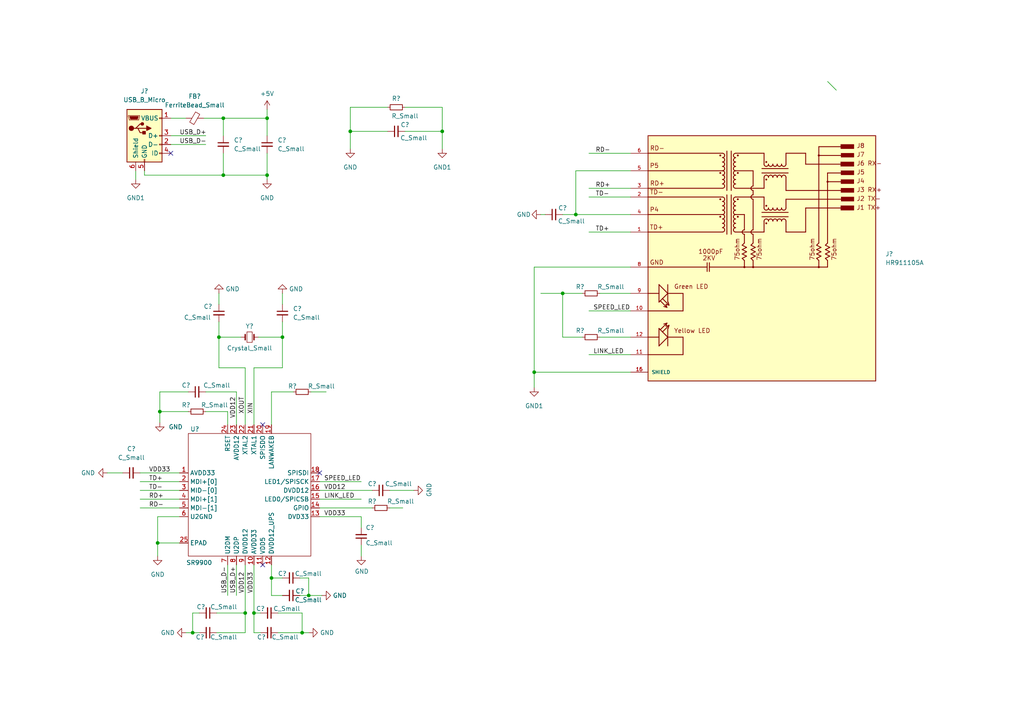
<source format=kicad_sch>
(kicad_sch (version 20211123) (generator eeschema)
  (paper "A4")
  (title_block (title "SR9900") (date "2022-04-28") (rev "V1.0"))
  (lib_symbols
    (symbol "Connector:USB_B_Micro" (pin_names (offset 1.016))
      (property "Reference" "J" (at -5.08 11.43 0))
      (property "Value" "USB_B_Micro" (at -5.08 8.89 0))
      (symbol "USB_B_Micro_0_1"
        (rectangle (start -5.08 -7.62) (end 5.08 7.62) (stroke (width 0.254)) (fill (type background)))
        (circle (center -3.81 2.159) (radius 0.635) (stroke (width 0.254)) (fill (type outline)))
        (circle (center -0.635 3.429) (radius 0.381) (stroke (width 0.254)) (fill (type outline)))
        (rectangle (start -0.127 -7.62) (end 0.127 -6.858))
        (polyline (pts (xy -1.905 2.159) (xy 0.635 2.159)) (stroke (width 0.254)))
        (polyline (pts (xy -3.175 2.159) (xy -2.54 2.159) (xy -1.27 3.429) (xy -0.635 3.429)) (stroke (width 0.254)))
        (polyline (pts (xy -2.54 2.159) (xy -1.905 2.159) (xy -1.27 0.889) (xy 0 0.889)) (stroke (width 0.254)))
        (polyline (pts (xy 0.635 2.794) (xy 0.635 1.524) (xy 1.905 2.159) (xy 0.635 2.794)) (stroke (width 0.254)) (fill (type outline)))
        (polyline (pts (xy -4.318 5.588) (xy -1.778 5.588) (xy -2.032 4.826) (xy -4.064 4.826) (xy -4.318 5.588)) (fill (type outline)))
        (polyline (pts (xy -4.699 5.842) (xy -4.699 5.588) (xy -4.445 4.826) (xy -4.445 4.572) (xy -1.651 4.572) (xy -1.651 4.826) (xy -1.397 5.588) (xy -1.397 5.842) (xy -4.699 5.842)))
        (rectangle (start 0.254 1.27) (end -0.508 0.508) (stroke (width 0.254)) (fill (type outline)))
        (rectangle (start 5.08 -5.207) (end 4.318 -4.953))
        (rectangle (start 5.08 -2.667) (end 4.318 -2.413))
        (rectangle (start 5.08 -0.127) (end 4.318 0.127))
        (rectangle (start 5.08 4.953) (end 4.318 5.207))
      )
      (symbol "USB_B_Micro_1_1"
        (pin power_out line (at 7.62 5.08 180) (length 2.54) (name "VBUS") (number "1"))
        (pin bidirectional line (at 7.62 -2.54 180) (length 2.54) (name "D-") (number "2"))
        (pin bidirectional line (at 7.62 0 180) (length 2.54) (name "D+") (number "3"))
        (pin passive line (at 7.62 -5.08 180) (length 2.54) (name "ID") (number "4"))
        (pin power_out line (at 0 -10.16 90) (length 2.54) (name "GND") (number "5"))
        (pin passive line (at -2.54 -10.16 90) (length 2.54) (name "Shield") (number "6"))
      )
    )
    (symbol "Device:C_Small" (pin_numbers hide) (pin_names (offset 0.254) hide)
      (property "Reference" "C" (at 0.254 1.778 0))
      (property "Value" "C_Small" (at 0.254 -2.032 0))
      (symbol "C_Small_0_1"
        (polyline (pts (xy -1.524 -0.508) (xy 1.524 -0.508)) (stroke (width 0.3302)))
        (polyline (pts (xy -1.524 0.508) (xy 1.524 0.508)) (stroke (width 0.3048)))
      )
      (symbol "C_Small_1_1"
        (pin passive line (at 0 2.54 270) (length 2.032) (name "~") (number "1"))
        (pin passive line (at 0 -2.54 90) (length 2.032) (name "~") (number "2"))
      )
    )
    (symbol "Device:Crystal_Small" (pin_numbers hide) (pin_names (offset 1.016) hide)
      (property "Reference" "Y" (at 0 2.54 0))
      (property "Value" "Crystal_Small" (at 0 -2.54 0))
      (symbol "Crystal_Small_0_1"
        (rectangle (start -0.762 -1.524) (end 0.762 1.524))
        (polyline (pts (xy -1.27 -0.762) (xy -1.27 0.762)) (stroke (width 0.381)))
        (polyline (pts (xy 1.27 -0.762) (xy 1.27 0.762)) (stroke (width 0.381)))
      )
      (symbol "Crystal_Small_1_1"
        (pin passive line (at -2.54 0 0) (length 1.27) (name "1") (number "1"))
        (pin passive line (at 2.54 0 180) (length 1.27) (name "2") (number "2"))
      )
    )
    (symbol "Device:FerriteBead_Small" (pin_numbers hide) (pin_names (offset 0))
      (property "Reference" "FB" (at 1.905 1.27 0))
      (property "Value" "FerriteBead_Small" (at 1.905 -1.27 0))
      (symbol "FerriteBead_Small_0_1"
        (polyline (pts (xy 0 -1.27) (xy 0 -0.7874)))
        (polyline (pts (xy 0 0.889) (xy 0 1.2954)))
        (polyline (pts (xy -1.8288 0.2794) (xy -1.1176 1.4986) (xy 1.8288 -0.2032) (xy 1.1176 -1.4224) (xy -1.8288 0.2794)))
      )
      (symbol "FerriteBead_Small_1_1"
        (pin passive line (at 0 2.54 270) (length 1.27) (name "~") (number "1"))
        (pin passive line (at 0 -2.54 90) (length 1.27) (name "~") (number "2"))
      )
    )
    (symbol "Device:R_Small" (pin_numbers hide) (pin_names (offset 0.254) hide)
      (property "Reference" "R" (at 0.762 0.508 0))
      (property "Value" "R_Small" (at 0.762 -1.016 0))
      (symbol "R_Small_0_1"
        (rectangle (start -0.762 1.778) (end 0.762 -1.778) (stroke (width 0.2032)))
      )
      (symbol "R_Small_1_1"
        (pin passive line (at 0 2.54 270) (length 0.762) (name "~") (number "1"))
        (pin passive line (at 0 -2.54 90) (length 0.762) (name "~") (number "2"))
      )
    )
    (symbol "power:+5V" (power) (pin_names (offset 0))
      (property "Value" "+5V" (at 0 3.556 0))
      (symbol "+5V_0_1"
        (polyline (pts (xy -0.762 1.27) (xy 0 2.54)))
        (polyline (pts (xy 0 0) (xy 0 2.54)))
        (polyline (pts (xy 0 2.54) (xy 0.762 1.27)))
      )
      (symbol "+5V_1_1"
        (pin power_in line (at 0 0 90) (length 0) hide (name "+5V") (number "1"))
      )
    )
    (symbol "power:GND" (power) (pin_names (offset 0))
      (property "Value" "GND" (at 0 -3.81 0))
      (symbol "GND_0_1"
        (polyline (pts (xy 0 0) (xy 0 -1.27) (xy 1.27 -1.27) (xy 0 -2.54) (xy -1.27 -1.27) (xy 0 -1.27)))
      )
      (symbol "GND_1_1"
        (pin power_in line (at 0 0 270) (length 0) hide (name "GND") (number "1"))
      )
    )
    (symbol "power:GND1" (power) (pin_names (offset 0))
      (property "Value" "GND1" (at 0 -3.81 0))
      (symbol "GND1_0_1"
        (polyline (pts (xy 0 0) (xy 0 -1.27) (xy 1.27 -1.27) (xy 0 -2.54) (xy -1.27 -1.27) (xy 0 -1.27)))
      )
      (symbol "GND1_1_1"
        (pin power_in line (at 0 0 270) (length 0) hide (name "GND1") (number "1"))
      )
    )
    (symbol "sr9900:HR911105A" (pin_names (offset 1.016))
      (property "Reference" "J" (at -33.1724 36.2458 0))
      (property "Value" "HR911105A" (at -33.1216 -38.227 0))
      (symbol "HR911105A_0_0"
        (rectangle (start -33.02 -35.56) (end 33.02 35.56) (stroke (width 0.254)) (fill (type background)))
        (circle (center -12.065 12.065) (radius 0.1524) (stroke (width 0.254)))
        (circle (center -12.065 17.145) (radius 0.1524) (stroke (width 0.254)))
        (circle (center -12.065 24.765) (radius 0.1524) (stroke (width 0.254)))
        (circle (center -12.065 29.845) (radius 0.1524) (stroke (width 0.254)))
        (arc (start -11.43 7.62) (mid -10.981 7.806) (end -10.795 8.255) (stroke (width 0.254)))
        (arc (start -11.43 8.89) (mid -11.0269 9.1219) (end -10.795 9.525) (stroke (width 0.254)))
        (arc (start -11.43 10.16) (mid -10.981 10.346) (end -10.795 10.795) (stroke (width 0.254)))
        (arc (start -11.43 11.43) (mid -10.981 11.616) (end -10.795 12.065) (stroke (width 0.254)))
        (arc (start -11.43 12.7) (mid -10.981 12.886) (end -10.795 13.335) (stroke (width 0.254)))
        (arc (start -11.43 13.97) (mid -10.981 14.156) (end -10.795 14.605) (stroke (width 0.254)))
        (arc (start -11.43 15.24) (mid -10.981 15.426) (end -10.795 15.875) (stroke (width 0.254)))
        (arc (start -11.43 16.51) (mid -10.981 16.696) (end -10.795 17.145) (stroke (width 0.254)))
        (arc (start -11.43 20.32) (mid -10.981 20.506) (end -10.795 20.955) (stroke (width 0.254)))
        (arc (start -11.43 21.59) (mid -11.0269 21.8219) (end -10.795 22.225) (stroke (width 0.254)))
        (arc (start -11.43 22.86) (mid -10.981 23.046) (end -10.795 23.495) (stroke (width 0.254)))
        (arc (start -11.43 24.13) (mid -10.981 24.316) (end -10.795 24.765) (stroke (width 0.254)))
        (arc (start -11.43 25.4) (mid -10.981 25.586) (end -10.795 26.035) (stroke (width 0.254)))
        (arc (start -11.43 26.67) (mid -10.981 26.856) (end -10.795 27.305) (stroke (width 0.254)))
        (arc (start -11.43 27.94) (mid -10.981 28.126) (end -10.795 28.575) (stroke (width 0.254)))
        (arc (start -11.43 29.21) (mid -10.981 29.396) (end -10.795 29.845) (stroke (width 0.254)))
        (arc (start -10.795 8.255) (mid -10.981 8.704) (end -11.43 8.89) (stroke (width 0.254)))
        (arc (start -10.795 9.525) (mid -10.981 9.974) (end -11.43 10.16) (stroke (width 0.254)))
        (arc (start -10.795 10.795) (mid -10.981 11.244) (end -11.43 11.43) (stroke (width 0.254)))
        (arc (start -10.795 12.065) (mid -10.981 12.514) (end -11.43 12.7) (stroke (width 0.254)))
        (arc (start -10.795 13.335) (mid -10.981 13.784) (end -11.43 13.97) (stroke (width 0.254)))
        (arc (start -10.795 14.605) (mid -10.981 15.054) (end -11.43 15.24) (stroke (width 0.254)))
        (arc (start -10.795 15.875) (mid -10.981 16.324) (end -11.43 16.51) (stroke (width 0.254)))
        (arc (start -10.795 17.145) (mid -10.981 17.594) (end -11.43 17.78) (stroke (width 0.254)))
        (arc (start -10.795 20.955) (mid -10.981 21.404) (end -11.43 21.59) (stroke (width 0.254)))
        (arc (start -10.795 22.225) (mid -10.981 22.674) (end -11.43 22.86) (stroke (width 0.254)))
        (arc (start -10.795 23.495) (mid -10.981 23.944) (end -11.43 24.13) (stroke (width 0.254)))
        (arc (start -10.795 24.765) (mid -10.981 25.214) (end -11.43 25.4) (stroke (width 0.254)))
        (arc (start -10.795 26.035) (mid -10.981 26.484) (end -11.43 26.67) (stroke (width 0.254)))
        (arc (start -10.795 27.305) (mid -10.981 27.754) (end -11.43 27.94) (stroke (width 0.254)))
        (arc (start -10.795 28.575) (mid -10.981 29.024) (end -11.43 29.21) (stroke (width 0.254)))
        (arc (start -10.795 29.845) (mid -10.981 30.294) (end -11.43 30.48) (stroke (width 0.254)))
        (arc (start -8.255 8.255) (mid -8.069 7.806) (end -7.62 7.62) (stroke (width 0.254)))
        (arc (start -8.255 9.525) (mid -8.069 9.076) (end -7.62 8.89) (stroke (width 0.254)))
        (arc (start -8.255 10.795) (mid -8.069 10.346) (end -7.62 10.16) (stroke (width 0.254)))
        (arc (start -8.255 12.065) (mid -8.069 11.616) (end -7.62 11.43) (stroke (width 0.254)))
        (arc (start -8.255 13.335) (mid -8.069 12.886) (end -7.62 12.7) (stroke (width 0.254)))
        (arc (start -8.255 14.605) (mid -8.069 14.156) (end -7.62 13.97) (stroke (width 0.254)))
        (arc (start -8.255 15.875) (mid -8.069 15.426) (end -7.62 15.24) (stroke (width 0.254)))
        (arc (start -8.255 17.145) (mid -8.069 16.696) (end -7.62 16.51) (stroke (width 0.254)))
        (arc (start -8.255 20.955) (mid -8.069 20.506) (end -7.62 20.32) (stroke (width 0.254)))
        (arc (start -8.255 22.225) (mid -8.069 21.776) (end -7.62 21.59) (stroke (width 0.254)))
        (arc (start -8.255 23.495) (mid -8.069 23.046) (end -7.62 22.86) (stroke (width 0.254)))
        (arc (start -8.255 24.765) (mid -8.069 24.316) (end -7.62 24.13) (stroke (width 0.254)))
        (arc (start -8.255 26.035) (mid -8.069 25.586) (end -7.62 25.4) (stroke (width 0.254)))
        (arc (start -8.255 27.305) (mid -8.069 26.856) (end -7.62 26.67) (stroke (width 0.254)))
        (arc (start -8.255 28.575) (mid -8.069 28.126) (end -7.62 27.94) (stroke (width 0.254)))
        (arc (start -8.255 29.845) (mid -8.069 29.396) (end -7.62 29.21) (stroke (width 0.254)))
        (arc (start -7.62 8.89) (mid -8.069 8.704) (end -8.255 8.255) (stroke (width 0.254)))
        (arc (start -7.62 10.16) (mid -8.069 9.974) (end -8.255 9.525) (stroke (width 0.254)))
        (arc (start -7.62 11.43) (mid -8.069 11.244) (end -8.255 10.795) (stroke (width 0.254)))
        (arc (start -7.62 12.7) (mid -8.069 12.514) (end -8.255 12.065) (stroke (width 0.254)))
        (arc (start -7.62 13.97) (mid -8.069 13.784) (end -8.255 13.335) (stroke (width 0.254)))
        (arc (start -7.62 15.24) (mid -8.069 15.054) (end -8.255 14.605) (stroke (width 0.254)))
        (arc (start -7.62 16.51) (mid -8.0231 16.2781) (end -8.255 15.875) (stroke (width 0.254)))
        (arc (start -7.62 17.78) (mid -8.069 17.594) (end -8.255 17.145) (stroke (width 0.254)))
        (arc (start -7.62 21.59) (mid -8.069 21.404) (end -8.255 20.955) (stroke (width 0.254)))
        (arc (start -7.62 22.86) (mid -8.069 22.674) (end -8.255 22.225) (stroke (width 0.254)))
        (arc (start -7.62 24.13) (mid -8.069 23.944) (end -8.255 23.495) (stroke (width 0.254)))
        (arc (start -7.62 25.4) (mid -8.069 25.214) (end -8.255 24.765) (stroke (width 0.254)))
        (arc (start -7.62 26.67) (mid -8.069 26.484) (end -8.255 26.035) (stroke (width 0.254)))
        (arc (start -7.62 27.94) (mid -8.069 27.754) (end -8.255 27.305) (stroke (width 0.254)))
        (arc (start -7.62 29.21) (mid -8.0231 28.9781) (end -8.255 28.575) (stroke (width 0.254)))
        (arc (start -7.62 30.48) (mid -8.069 30.294) (end -8.255 29.845) (stroke (width 0.254)))
        (circle (center -6.985 12.065) (radius 0.1524) (stroke (width 0.254)))
        (circle (center -6.985 17.145) (radius 0.1524) (stroke (width 0.254)))
        (circle (center -6.985 24.765) (radius 0.1524) (stroke (width 0.254)))
        (circle (center -6.985 29.845) (radius 0.1524) (stroke (width 0.254)))
        (arc (start -5.715 7.62) (mid -5.529 7.171) (end -5.08 6.985) (stroke (width 0.254)))
        (circle (center -5.08 -2.54) (radius 0.1778) (stroke (width 0.254)))
        (arc (start -5.08 8.255) (mid -5.529 8.069) (end -5.715 7.62) (stroke (width 0.254)))
        (arc (start -3.175 7.62) (mid -2.989 7.171) (end -2.54 6.985) (stroke (width 0.254)))
        (arc (start -3.175 17.78) (mid -2.989 17.331) (end -2.54 17.145) (stroke (width 0.254)))
        (arc (start -3.175 20.32) (mid -2.989 19.871) (end -2.54 19.685) (stroke (width 0.254)))
        (circle (center -2.54 -2.54) (radius 0.1778) (stroke (width 0.254)))
        (arc (start -2.54 8.255) (mid -2.989 8.069) (end -3.175 7.62) (stroke (width 0.254)))
        (arc (start -2.54 18.415) (mid -2.989 18.229) (end -3.175 17.78) (stroke (width 0.254)))
        (arc (start -2.54 20.955) (mid -2.989 20.769) (end -3.175 20.32) (stroke (width 0.254)))
        (polyline (pts (xy -33.02 -27.94) (xy -22.86 -27.94)) (stroke (width 0.254)))
        (polyline (pts (xy -33.02 -15.24) (xy -22.86 -15.24)) (stroke (width 0.254)))
        (polyline (pts (xy -33.02 12.7) (xy -11.43 12.7)) (stroke (width 0.254)))
        (polyline (pts (xy -33.02 20.32) (xy -11.43 20.32)) (stroke (width 0.254)))
        (polyline (pts (xy -29.845 -25.4) (xy -27.305 -22.86)) (stroke (width 0.254)))
        (polyline (pts (xy -29.845 -22.86) (xy -33.02 -22.86)) (stroke (width 0.254)))
        (polyline (pts (xy -29.845 -22.86) (xy -29.845 -25.4)) (stroke (width 0.254)))
        (polyline (pts (xy -29.845 -20.32) (xy -29.845 -22.86)) (stroke (width 0.254)))
        (polyline (pts (xy -29.845 -12.7) (xy -29.845 -10.16)) (stroke (width 0.254)))
        (polyline (pts (xy -29.845 -10.16) (xy -33.02 -10.16)) (stroke (width 0.254)))
        (polyline (pts (xy -29.845 -10.16) (xy -29.845 -7.62)) (stroke (width 0.254)))
        (polyline (pts (xy -29.845 -7.62) (xy -27.305 -10.16)) (stroke (width 0.254)))
        (polyline (pts (xy -29.464 -20.701) (xy -29.845 -20.32)) (stroke (width 0.254)))
        (polyline (pts (xy -29.464 -20.701) (xy -27.559 -18.796)) (stroke (width 0.254)))
        (polyline (pts (xy -29.464 -12.319) (xy -29.845 -12.7)) (stroke (width 0.254)))
        (polyline (pts (xy -29.464 -12.319) (xy -27.559 -14.224)) (stroke (width 0.254)))
        (polyline (pts (xy -28.829 -21.336) (xy -29.464 -20.701)) (stroke (width 0.254)))
        (polyline (pts (xy -28.829 -21.336) (xy -26.924 -19.431)) (stroke (width 0.254)))
        (polyline (pts (xy -28.829 -11.684) (xy -29.464 -12.319)) (stroke (width 0.254)))
        (polyline (pts (xy -28.829 -11.684) (xy -26.924 -13.589)) (stroke (width 0.254)))
        (polyline (pts (xy -27.559 -18.796) (xy -28.448 -19.05)) (stroke (width 0.254)))
        (polyline (pts (xy -27.559 -18.796) (xy -27.813 -19.685)) (stroke (width 0.254)))
        (polyline (pts (xy -27.559 -14.224) (xy -28.448 -13.97)) (stroke (width 0.254)))
        (polyline (pts (xy -27.559 -14.224) (xy -27.813 -13.335)) (stroke (width 0.254)))
        (polyline (pts (xy -27.305 -22.86) (xy -28.829 -21.336)) (stroke (width 0.254)))
        (polyline (pts (xy -27.305 -22.86) (xy -27.305 -25.4)) (stroke (width 0.254)))
        (polyline (pts (xy -27.305 -22.86) (xy -22.86 -22.86)) (stroke (width 0.254)))
        (polyline (pts (xy -27.305 -20.32) (xy -27.305 -22.86)) (stroke (width 0.254)))
        (polyline (pts (xy -27.305 -12.7) (xy -27.305 -10.16)) (stroke (width 0.254)))
        (polyline (pts (xy -27.305 -10.16) (xy -28.829 -11.684)) (stroke (width 0.254)))
        (polyline (pts (xy -27.305 -10.16) (xy -27.305 -7.62)) (stroke (width 0.254)))
        (polyline (pts (xy -27.305 -10.16) (xy -22.86 -10.16)) (stroke (width 0.254)))
        (polyline (pts (xy -26.924 -19.431) (xy -27.813 -19.685)) (stroke (width 0.254)))
        (polyline (pts (xy -26.924 -19.431) (xy -27.178 -20.32)) (stroke (width 0.254)))
        (polyline (pts (xy -26.924 -13.589) (xy -27.813 -13.335)) (stroke (width 0.254)))
        (polyline (pts (xy -26.924 -13.589) (xy -27.178 -12.7)) (stroke (width 0.254)))
        (polyline (pts (xy -22.86 -27.94) (xy -22.86 -22.86)) (stroke (width 0.254)))
        (polyline (pts (xy -22.86 -15.24) (xy -22.86 -10.16)) (stroke (width 0.254)))
        (polyline (pts (xy -15.875 -2.54) (xy -33.02 -2.54)) (stroke (width 0.254)))
        (polyline (pts (xy -15.875 -2.54) (xy -15.875 -3.81)) (stroke (width 0.254)))
        (polyline (pts (xy -15.875 -1.27) (xy -15.875 -2.54)) (stroke (width 0.254)))
        (polyline (pts (xy -15.24 -2.54) (xy -15.24 -3.81)) (stroke (width 0.254)))
        (polyline (pts (xy -15.24 -2.54) (xy -15.24 -1.27)) (stroke (width 0.254)))
        (polyline (pts (xy -11.43 7.62) (xy -33.02 7.62)) (stroke (width 0.254)))
        (polyline (pts (xy -11.43 17.78) (xy -33.02 17.78)) (stroke (width 0.254)))
        (polyline (pts (xy -11.43 25.4) (xy -33.02 25.4)) (stroke (width 0.254)))
        (polyline (pts (xy -11.43 30.48) (xy -33.02 30.48)) (stroke (width 0.254)))
        (polyline (pts (xy -10.16 18.415) (xy -10.16 6.985)) (stroke (width 0.254)))
        (polyline (pts (xy -10.16 31.115) (xy -10.16 19.685)) (stroke (width 0.254)))
        (polyline (pts (xy -8.89 18.415) (xy -8.89 6.985)) (stroke (width 0.254)))
        (polyline (pts (xy -8.89 31.115) (xy -8.89 19.685)) (stroke (width 0.254)))
        (polyline (pts (xy -7.62 7.62) (xy -5.715 7.62)) (stroke (width 0.254)))
        (polyline (pts (xy -7.62 20.32) (xy -3.175 20.32)) (stroke (width 0.254)))
        (polyline (pts (xy -7.62 25.4) (xy -2.54 25.4)) (stroke (width 0.254)))
        (polyline (pts (xy -5.715 0) (xy -5.08 -0.635)) (stroke (width 0.254)))
        (polyline (pts (xy -5.715 1.27) (xy -4.445 0.635)) (stroke (width 0.254)))
        (polyline (pts (xy -5.715 2.54) (xy -4.445 1.905)) (stroke (width 0.254)))
        (polyline (pts (xy -5.715 3.81) (xy -4.445 3.175)) (stroke (width 0.254)))
        (polyline (pts (xy -5.715 7.62) (xy -3.175 7.62)) (stroke (width 0.254)))
        (polyline (pts (xy -5.08 -2.54) (xy -15.24 -2.54)) (stroke (width 0.254)))
        (polyline (pts (xy -5.08 -0.635) (xy -5.08 -2.54)) (stroke (width 0.254)))
        (polyline (pts (xy -5.08 4.445) (xy -5.715 3.81)) (stroke (width 0.254)))
        (polyline (pts (xy -5.08 6.985) (xy -5.08 4.445)) (stroke (width 0.254)))
        (polyline (pts (xy -5.08 8.255) (xy -5.08 12.7)) (stroke (width 0.254)))
        (polyline (pts (xy -5.08 12.7) (xy -7.62 12.7)) (stroke (width 0.254)))
        (polyline (pts (xy -4.445 0.635) (xy -5.715 0)) (stroke (width 0.254)))
        (polyline (pts (xy -4.445 1.905) (xy -5.715 1.27)) (stroke (width 0.254)))
        (polyline (pts (xy -4.445 3.175) (xy -5.715 2.54)) (stroke (width 0.254)))
        (polyline (pts (xy -3.175 0) (xy -2.54 -0.635)) (stroke (width 0.254)))
        (polyline (pts (xy -3.175 1.27) (xy -1.905 0.635)) (stroke (width 0.254)))
        (polyline (pts (xy -3.175 2.54) (xy -1.905 1.905)) (stroke (width 0.254)))
        (polyline (pts (xy -3.175 3.81) (xy -1.905 3.175)) (stroke (width 0.254)))
        (polyline (pts (xy -3.175 7.62) (xy 0.635 7.62)) (stroke (width 0.254)))
        (polyline (pts (xy -3.175 17.78) (xy -7.62 17.78)) (stroke (width 0.254)))
        (polyline (pts (xy -3.175 20.32) (xy 0.635 20.32)) (stroke (width 0.254)))
        (polyline (pts (xy -2.54 -0.635) (xy -2.54 -2.54)) (stroke (width 0.254)))
        (polyline (pts (xy -2.54 4.445) (xy -3.175 3.81)) (stroke (width 0.254)))
        (polyline (pts (xy -2.54 6.985) (xy -2.54 4.445)) (stroke (width 0.254)))
        (polyline (pts (xy -2.54 17.145) (xy -2.54 8.255)) (stroke (width 0.254)))
        (polyline (pts (xy -2.54 19.685) (xy -2.54 18.415)) (stroke (width 0.254)))
        (polyline (pts (xy -2.54 25.4) (xy -2.54 20.955)) (stroke (width 0.254)))
        (polyline (pts (xy -1.905 0.635) (xy -3.175 0)) (stroke (width 0.254)))
        (polyline (pts (xy -1.905 1.905) (xy -3.175 1.27)) (stroke (width 0.254)))
        (polyline (pts (xy -1.905 3.175) (xy -3.175 2.54)) (stroke (width 0.254)))
        (polyline (pts (xy 0 12.065) (xy 7.62 12.065)) (stroke (width 0.254)))
        (polyline (pts (xy 0 13.335) (xy 7.62 13.335)) (stroke (width 0.254)))
        (polyline (pts (xy 0 24.765) (xy 7.62 24.765)) (stroke (width 0.254)))
        (polyline (pts (xy 0 26.035) (xy 7.62 26.035)) (stroke (width 0.254)))
        (polyline (pts (xy 0.635 7.62) (xy 0.635 10.795)) (stroke (width 0.254)))
        (polyline (pts (xy 0.635 14.605) (xy 0.635 17.78)) (stroke (width 0.254)))
        (polyline (pts (xy 0.635 17.78) (xy -3.175 17.78)) (stroke (width 0.254)))
        (polyline (pts (xy 0.635 20.32) (xy 0.635 23.495)) (stroke (width 0.254)))
        (polyline (pts (xy 0.635 27.305) (xy 0.635 30.48)) (stroke (width 0.254)))
        (polyline (pts (xy 0.635 30.48) (xy -7.62 30.48)) (stroke (width 0.254)))
        (polyline (pts (xy 6.985 10.795) (xy 6.985 7.62)) (stroke (width 0.254)))
        (polyline (pts (xy 6.985 17.145) (xy 6.985 14.605)) (stroke (width 0.254)))
        (polyline (pts (xy 6.985 23.495) (xy 6.985 19.685)) (stroke (width 0.254)))
        (polyline (pts (xy 6.985 30.48) (xy 6.985 27.305)) (stroke (width 0.254)))
        (polyline (pts (xy 12.7 7.62) (xy 6.985 7.62)) (stroke (width 0.254)))
        (polyline (pts (xy 12.7 14.605) (xy 12.7 7.62)) (stroke (width 0.254)))
        (polyline (pts (xy 12.7 27.305) (xy 12.7 30.48)) (stroke (width 0.254)))
        (polyline (pts (xy 12.7 30.48) (xy 6.985 30.48)) (stroke (width 0.254)))
        (polyline (pts (xy 15.875 0) (xy 16.51 -0.635)) (stroke (width 0.254)))
        (polyline (pts (xy 15.875 1.27) (xy 17.145 0.635)) (stroke (width 0.254)))
        (polyline (pts (xy 15.875 2.54) (xy 17.145 1.905)) (stroke (width 0.254)))
        (polyline (pts (xy 15.875 3.81) (xy 17.145 3.175)) (stroke (width 0.254)))
        (polyline (pts (xy 16.51 -0.635) (xy 16.51 -2.54)) (stroke (width 0.254)))
        (polyline (pts (xy 16.51 4.445) (xy 15.875 3.81)) (stroke (width 0.254)))
        (polyline (pts (xy 16.51 29.845) (xy 16.51 4.445)) (stroke (width 0.254)))
        (polyline (pts (xy 16.51 29.845) (xy 23.495 29.845)) (stroke (width 0.254)))
        (polyline (pts (xy 16.51 32.385) (xy 16.51 29.845)) (stroke (width 0.254)))
        (polyline (pts (xy 17.145 0.635) (xy 15.875 0)) (stroke (width 0.254)))
        (polyline (pts (xy 17.145 1.905) (xy 15.875 1.27)) (stroke (width 0.254)))
        (polyline (pts (xy 17.145 3.175) (xy 15.875 2.54)) (stroke (width 0.254)))
        (polyline (pts (xy 18.415 0) (xy 19.05 -0.635)) (stroke (width 0.254)))
        (polyline (pts (xy 18.415 1.27) (xy 19.685 0.635)) (stroke (width 0.254)))
        (polyline (pts (xy 18.415 2.54) (xy 19.685 1.905)) (stroke (width 0.254)))
        (polyline (pts (xy 18.415 3.81) (xy 19.685 3.175)) (stroke (width 0.254)))
        (polyline (pts (xy 19.05 -2.54) (xy -5.08 -2.54)) (stroke (width 0.254)))
        (polyline (pts (xy 19.05 -0.635) (xy 19.05 -2.54)) (stroke (width 0.254)))
        (polyline (pts (xy 19.05 4.445) (xy 18.415 3.81)) (stroke (width 0.254)))
        (polyline (pts (xy 19.05 22.225) (xy 19.05 4.445)) (stroke (width 0.254)))
        (polyline (pts (xy 19.05 22.225) (xy 23.495 22.225)) (stroke (width 0.254)))
        (polyline (pts (xy 19.05 24.765) (xy 19.05 22.225)) (stroke (width 0.254)))
        (polyline (pts (xy 19.685 0.635) (xy 18.415 0)) (stroke (width 0.254)))
        (polyline (pts (xy 19.685 1.905) (xy 18.415 1.27)) (stroke (width 0.254)))
        (polyline (pts (xy 19.685 3.175) (xy 18.415 2.54)) (stroke (width 0.254)))
        (polyline (pts (xy 23.495 14.605) (xy 12.7 14.605)) (stroke (width 0.254)))
        (polyline (pts (xy 23.495 17.145) (xy 6.985 17.145)) (stroke (width 0.254)))
        (polyline (pts (xy 23.495 19.685) (xy 6.985 19.685)) (stroke (width 0.254)))
        (polyline (pts (xy 23.495 24.765) (xy 19.05 24.765)) (stroke (width 0.254)))
        (polyline (pts (xy 23.495 27.305) (xy 12.7 27.305)) (stroke (width 0.254)))
        (polyline (pts (xy 23.495 32.385) (xy 16.51 32.385)) (stroke (width 0.254)))
        (arc (start 0.635 14.605) (mid 0.821 14.156) (end 1.27 13.97) (stroke (width 0.254)))
        (arc (start 0.635 27.305) (mid 0.821 26.856) (end 1.27 26.67) (stroke (width 0.254)))
        (circle (center 1.27 10.16) (radius 0.1524) (stroke (width 0.254)))
        (arc (start 1.27 11.43) (mid 0.821 11.244) (end 0.635 10.795) (stroke (width 0.254)))
        (arc (start 1.27 13.97) (mid 1.719 14.156) (end 1.905 14.605) (stroke (width 0.254)))
        (circle (center 1.27 15.24) (radius 0.1524) (stroke (width 0.254)))
        (circle (center 1.27 22.86) (radius 0.1524) (stroke (width 0.254)))
        (arc (start 1.27 24.13) (mid 0.821 23.944) (end 0.635 23.495) (stroke (width 0.254)))
        (arc (start 1.27 26.67) (mid 1.719 26.856) (end 1.905 27.305) (stroke (width 0.254)))
        (circle (center 1.27 27.94) (radius 0.1524) (stroke (width 0.254)))
        (arc (start 1.905 10.795) (mid 1.719 11.244) (end 1.27 11.43) (stroke (width 0.254)))
        (arc (start 1.905 14.605) (mid 2.091 14.156) (end 2.54 13.97) (stroke (width 0.254)))
        (arc (start 1.905 23.495) (mid 1.719 23.944) (end 1.27 24.13) (stroke (width 0.254)))
        (arc (start 1.905 27.305) (mid 2.091 26.856) (end 2.54 26.67) (stroke (width 0.254)))
        (arc (start 2.54 11.43) (mid 2.091 11.244) (end 1.905 10.795) (stroke (width 0.254)))
        (arc (start 2.54 13.97) (mid 2.989 14.156) (end 3.175 14.605) (stroke (width 0.254)))
        (arc (start 2.54 24.13) (mid 2.091 23.944) (end 1.905 23.495) (stroke (width 0.254)))
        (arc (start 2.54 26.67) (mid 2.989 26.856) (end 3.175 27.305) (stroke (width 0.254)))
        (arc (start 3.175 10.795) (mid 2.989 11.244) (end 2.54 11.43) (stroke (width 0.254)))
        (arc (start 3.175 14.605) (mid 3.361 14.156) (end 3.81 13.97) (stroke (width 0.254)))
        (arc (start 3.175 23.495) (mid 2.989 23.944) (end 2.54 24.13) (stroke (width 0.254)))
        (arc (start 3.175 27.305) (mid 3.361 26.856) (end 3.81 26.67) (stroke (width 0.254)))
        (arc (start 3.81 11.43) (mid 3.361 11.244) (end 3.175 10.795) (stroke (width 0.254)))
        (arc (start 3.81 13.97) (mid 4.259 14.156) (end 4.445 14.605) (stroke (width 0.254)))
        (arc (start 3.81 24.13) (mid 3.361 23.944) (end 3.175 23.495) (stroke (width 0.254)))
        (arc (start 3.81 26.67) (mid 4.259 26.856) (end 4.445 27.305) (stroke (width 0.254)))
        (arc (start 4.445 10.795) (mid 4.259 11.244) (end 3.81 11.43) (stroke (width 0.254)))
        (arc (start 4.445 14.605) (mid 4.631 14.156) (end 5.08 13.97) (stroke (width 0.254)))
        (arc (start 4.445 23.495) (mid 4.259 23.944) (end 3.81 24.13) (stroke (width 0.254)))
        (arc (start 4.445 27.305) (mid 4.631 26.856) (end 5.08 26.67) (stroke (width 0.254)))
        (arc (start 5.08 11.43) (mid 4.631 11.244) (end 4.445 10.795) (stroke (width 0.254)))
        (arc (start 5.08 13.97) (mid 5.529 14.156) (end 5.715 14.605) (stroke (width 0.254)))
        (arc (start 5.08 24.13) (mid 4.631 23.944) (end 4.445 23.495) (stroke (width 0.254)))
        (arc (start 5.08 26.67) (mid 5.529 26.856) (end 5.715 27.305) (stroke (width 0.254)))
        (arc (start 5.715 10.795) (mid 5.529 11.244) (end 5.08 11.43) (stroke (width 0.254)))
        (arc (start 5.715 14.605) (mid 5.901 14.156) (end 6.35 13.97) (stroke (width 0.254)))
        (arc (start 5.715 23.495) (mid 5.529 23.944) (end 5.08 24.13) (stroke (width 0.254)))
        (arc (start 5.715 27.305) (mid 5.901 26.856) (end 6.35 26.67) (stroke (width 0.254)))
        (arc (start 6.35 11.43) (mid 5.901 11.244) (end 5.715 10.795) (stroke (width 0.254)))
        (arc (start 6.35 13.97) (mid 6.799 14.156) (end 6.985 14.605) (stroke (width 0.254)))
        (arc (start 6.35 24.13) (mid 5.901 23.944) (end 5.715 23.495) (stroke (width 0.254)))
        (arc (start 6.35 26.67) (mid 6.799 26.856) (end 6.985 27.305) (stroke (width 0.254)))
        (arc (start 6.985 10.795) (mid 6.799 11.244) (end 6.35 11.43) (stroke (width 0.254)))
        (arc (start 6.985 23.495) (mid 6.799 23.944) (end 6.35 24.13) (stroke (width 0.254)))
        (circle (center 16.51 -2.54) (radius 0.1778) (stroke (width 0.254)))
        (circle (center 16.51 29.845) (radius 0.1778) (stroke (width 0.254)))
        (circle (center 19.05 22.225) (radius 0.1778) (stroke (width 0.254)))
        (rectangle (start 22.8854 26.7208) (end 26.67 27.94) (fill (type outline)))
        (rectangle (start 22.9108 13.9954) (end 26.67 15.24) (fill (type outline)))
        (rectangle (start 22.9108 31.8262) (end 26.67 33.02) (fill (type outline)))
        (rectangle (start 22.9616 19.1262) (end 26.67 20.32) (fill (type outline)))
        (rectangle (start 22.9616 21.6916) (end 26.6446 22.8346) (fill (type outline)))
        (rectangle (start 22.9616 24.2316) (end 26.67 25.4) (fill (type outline)))
        (rectangle (start 22.987 29.3624) (end 26.67 30.4546) (fill (type outline)))
        (rectangle (start 23.0124 16.6116) (end 26.67 17.78) (fill (type outline)))
        (text "1000pF" (at -18.4912 1.2446 0) (effects (font (size 1.27 1.27)) (justify left bottom)))
        (text "2KV" (at -17.2212 -0.6604 0) (effects (font (size 1.27 1.27)) (justify left bottom)))
        (text "75ohm" (at -6.4008 -0.6604 900) (effects (font (size 1.27 1.27)) (justify left bottom)))
        (text "75ohm" (at 0 -0.6604 900) (effects (font (size 1.27 1.27)) (justify left bottom)))
        (text "75ohm" (at 15.3416 -0.6604 900) (effects (font (size 1.27 1.27)) (justify left bottom)))
        (text "75ohm" (at 21.6916 -0.6604 900) (effects (font (size 1.27 1.27)) (justify left bottom)))
        (text "GND" (at -32.5374 -1.905 0) (effects (font (size 1.27 1.27)) (justify left bottom)))
        (text "Green LED" (at -25.5016 -8.9154 0) (effects (font (size 1.27 1.27)) (justify left bottom)))
        (text "J1 TX+" (at 27.432 13.9954 0) (effects (font (size 1.27 1.27)) (justify left bottom)))
        (text "J2 TX-" (at 27.4574 16.5862 0) (effects (font (size 1.27 1.27)) (justify left bottom)))
        (text "J3 RX+" (at 27.4574 19.1516 0) (effects (font (size 1.27 1.27)) (justify left bottom)))
        (text "J4" (at 27.4574 21.717 0) (effects (font (size 1.27 1.27)) (justify left bottom)))
        (text "J5" (at 27.4828 24.257 0) (effects (font (size 1.27 1.27)) (justify left bottom)))
        (text "J6 RX-" (at 27.4574 26.8224 0) (effects (font (size 1.27 1.27)) (justify left bottom)))
        (text "J7" (at 27.4574 29.3624 0) (effects (font (size 1.27 1.27)) (justify left bottom)))
        (text "J8" (at 27.4574 31.9278 0) (effects (font (size 1.27 1.27)) (justify left bottom)))
        (text "P4" (at -32.5374 13.4112 0) (effects (font (size 1.27 1.27)) (justify left bottom)))
        (text "P5" (at -32.5374 26.162 0) (effects (font (size 1.27 1.27)) (justify left bottom)))
        (text "RD+" (at -32.4866 21.0312 0) (effects (font (size 1.27 1.27)) (justify left bottom)))
        (text "RD-" (at -32.4866 31.2166 0) (effects (font (size 1.27 1.27)) (justify left bottom)))
        (text "TD+" (at -32.5628 8.3058 0) (effects (font (size 1.27 1.27)) (justify left bottom)))
        (text "TD-" (at -32.512 18.4912 0) (effects (font (size 1.27 1.27)) (justify left bottom)))
        (text "Yellow LED" (at -25.527 -21.717 0) (effects (font (size 1.27 1.27)) (justify left bottom)))
        (pin passive line (at -38.1 7.62 0) (length 5.08) (name "~") (number "1"))
        (pin passive line (at -38.1 -15.24 0) (length 5.08) (name "~") (number "10"))
        (pin passive line (at -38.1 -27.94 0) (length 5.08) (name "~") (number "11"))
        (pin passive line (at -38.1 -22.86 0) (length 5.08) (name "~") (number "12"))
        (pin passive line (at -38.1 -33.02 0) (length 5.08) (name "SHIELD") (number "15"))
        (pin passive line (at -38.1 -33.02 0) (length 5.08) (name "SHIELD") (number "16"))
        (pin passive line (at -38.1 17.78 0) (length 5.08) (name "~") (number "2"))
        (pin passive line (at -38.1 20.32 0) (length 5.08) (name "~") (number "3"))
        (pin passive line (at -38.1 12.7 0) (length 5.08) (name "~") (number "4"))
        (pin passive line (at -38.1 25.4 0) (length 5.08) (name "~") (number "5"))
        (pin passive line (at -38.1 30.48 0) (length 5.08) (name "~") (number "6"))
        (pin power_in line (at -38.1 -2.54 0) (length 5.08) (name "~") (number "8"))
        (pin passive line (at -38.1 -10.16 0) (length 5.08) (name "~") (number "9"))
      )
    )
    (symbol "sr9900:SR9900"
      (property "Reference" "U" (at -1.27 5.08 0))
      (property "Value" "SR9900" (at -3.81 2.54 0))
      (symbol "SR9900_0_1"
        (rectangle (start 0 0) (end 35.56 -35.56))
      )
      (symbol "SR9900_1_1"
        (pin power_out line (at -2.54 -11.43 0) (length 2.54) (name "AVDD33") (number "1"))
        (pin power_out line (at 19.05 -38.1 90) (length 2.54) (name "AVDD33") (number "10"))
        (pin power_in line (at 21.59 -38.1 90) (length 2.54) (name "VDD5") (number "11"))
        (pin power_out line (at 24.13 -38.1 90) (length 2.54) (name "DVDD12_UPS") (number "12"))
        (pin power_in line (at 38.1 -24.13 180) (length 2.54) (name "DVD33") (number "13"))
        (pin bidirectional line (at 38.1 -21.59 180) (length 2.54) (name "GPIO") (number "14"))
        (pin output line (at 38.1 -19.05 180) (length 2.54) (name "LED0/SPICSB") (number "15"))
        (pin power_in line (at 38.1 -16.51 180) (length 2.54) (name "DVDD12") (number "16"))
        (pin output line (at 38.1 -13.97 180) (length 2.54) (name "LED1/SPISCK") (number "17"))
        (pin output line (at 38.1 -11.43 180) (length 2.54) (name "SPISDI") (number "18"))
        (pin output line (at 24.13 2.54 270) (length 2.54) (name "LANWAKEB") (number "19"))
        (pin bidirectional line (at -2.54 -13.97 0) (length 2.54) (name "MDI+[0]") (number "2"))
        (pin input line (at 21.59 2.54 270) (length 2.54) (name "SPISDO") (number "20"))
        (pin input line (at 19.05 2.54 270) (length 2.54) (name "XTAL1") (number "21"))
        (pin output line (at 16.51 2.54 270) (length 2.54) (name "XTAL2") (number "22"))
        (pin power_in line (at 13.97 2.54 270) (length 2.54) (name "AVDD12") (number "23"))
        (pin input line (at 11.43 2.54 270) (length 2.54) (name "RSET") (number "24"))
        (pin power_in line (at -2.54 -31.75 0) (length 2.54) (name "EPAD") (number "25"))
        (pin bidirectional line (at -2.54 -16.51 0) (length 2.54) (name "MID-[0]") (number "3"))
        (pin bidirectional line (at -2.54 -19.05 0) (length 2.54) (name "MDI+[1]") (number "4"))
        (pin bidirectional line (at -2.54 -21.59 0) (length 2.54) (name "MDI-[1]") (number "5"))
        (pin power_in line (at -2.54 -24.13 0) (length 2.54) (name "U2GND") (number "6"))
        (pin bidirectional line (at 11.43 -38.1 90) (length 2.54) (name "U2DM") (number "7"))
        (pin bidirectional line (at 13.97 -38.1 90) (length 2.54) (name "U2DP") (number "8"))
        (pin power_in line (at 16.51 -38.1 90) (length 2.54) (name "DVDD12") (number "9"))
      )
    )
  )
  (junction (at 64.77 34.29))
  (junction (at 154.94 107.95))
  (junction (at 163.195 85.09))
  (junction (at 167.005 62.23))
  (junction (at 77.47 50.8))
  (junction (at 89.535 172.72))
  (junction (at 81.915 97.79))
  (junction (at 45.72 157.48))
  (junction (at 77.47 34.29))
  (junction (at 46.355 119.38))
  (junction (at 64.77 50.8))
  (junction (at 128.27 38.1))
  (junction (at 78.74 167.64))
  (junction (at 73.66 177.8))
  (junction (at 55.88 183.515))
  (junction (at 71.12 177.8))
  (junction (at 101.6 38.1))
  (junction (at 87.63 183.515))
  (junction (at 63.5 97.79))
  (no_connect (at 76.2 123.19))
  (no_connect (at 49.53 44.45))
  (no_connect (at 92.71 137.16))
  (no_connect (at 76.2 163.83))
  (bus_entry (at 240.03 23.622) (size 2.54 2.54))
  (wire (pts (xy 40.64 142.24) (xy 52.07 142.24)))
  (wire (pts (xy 59.69 113.665) (xy 68.58 113.665)))
  (wire (pts (xy 45.72 149.86) (xy 45.72 157.48)))
  (wire (pts (xy 68.58 113.665) (xy 68.58 123.19)))
  (wire (pts (xy 78.74 163.83) (xy 78.74 167.64)))
  (wire (pts (xy 86.995 167.64) (xy 89.535 167.64)))
  (wire (pts (xy 40.64 147.32) (xy 52.07 147.32)))
  (wire (pts (xy 182.88 49.53) (xy 167.005 49.53)))
  (wire (pts (xy 59.69 119.38) (xy 66.04 119.38)))
  (wire (pts (xy 101.6 38.1) (xy 112.395 38.1)))
  (wire (pts (xy 182.88 107.95) (xy 154.94 107.95)))
  (wire (pts (xy 73.66 106.68) (xy 81.915 106.68)))
  (wire (pts (xy 73.66 163.83) (xy 73.66 177.8)))
  (wire (pts (xy 68.58 163.83) (xy 68.58 172.72)))
  (wire (pts (xy 112.395 31.115) (xy 101.6 31.115)))
  (wire (pts (xy 167.005 62.23) (xy 182.88 62.23)))
  (wire (pts (xy 170.815 90.17) (xy 182.88 90.17)))
  (wire (pts (xy 39.37 49.53) (xy 39.37 52.07)))
  (wire (pts (xy 77.47 34.29) (xy 77.47 39.37)))
  (wire (pts (xy 64.77 44.45) (xy 64.77 50.8)))
  (wire (pts (xy 71.12 123.19) (xy 71.12 106.68)))
  (wire (pts (xy 113.03 147.32) (xy 116.84 147.32)))
  (wire (pts (xy 40.64 139.7) (xy 52.07 139.7)))
  (wire (pts (xy 62.865 177.8) (xy 71.12 177.8)))
  (wire (pts (xy 46.355 122.555) (xy 46.355 119.38)))
  (wire (pts (xy 59.055 34.29) (xy 64.77 34.29)))
  (wire (pts (xy 40.64 144.78) (xy 52.07 144.78)))
  (wire (pts (xy 63.5 106.68) (xy 63.5 97.79)))
  (wire (pts (xy 101.6 31.115) (xy 101.6 38.1)))
  (wire (pts (xy 128.27 31.115) (xy 128.27 38.1)))
  (wire (pts (xy 107.95 147.32) (xy 92.71 147.32)))
  (wire (pts (xy 78.74 123.19) (xy 78.74 113.665)))
  (wire (pts (xy 163.195 85.09) (xy 168.91 85.09)))
  (wire (pts (xy 73.66 123.19) (xy 73.66 106.68)))
  (wire (pts (xy 45.72 157.48) (xy 45.72 161.29)))
  (wire (pts (xy 173.99 85.09) (xy 182.88 85.09)))
  (wire (pts (xy 57.785 177.8) (xy 55.88 177.8)))
  (wire (pts (xy 41.91 49.53) (xy 41.91 50.8)))
  (wire (pts (xy 78.74 172.72) (xy 81.915 172.72)))
  (wire (pts (xy 104.775 149.86) (xy 104.775 153.035)))
  (wire (pts (xy 45.72 157.48) (xy 52.07 157.48)))
  (wire (pts (xy 66.04 163.83) (xy 66.04 172.72)))
  (wire (pts (xy 49.53 39.37) (xy 59.69 39.37)))
  (wire (pts (xy 154.94 107.95) (xy 154.94 112.395)))
  (wire (pts (xy 66.04 119.38) (xy 66.04 123.19)))
  (wire (pts (xy 170.815 57.15) (xy 182.88 57.15)))
  (wire (pts (xy 77.47 44.45) (xy 77.47 50.8)))
  (wire (pts (xy 41.91 50.8) (xy 64.77 50.8)))
  (wire (pts (xy 40.64 137.16) (xy 52.07 137.16)))
  (wire (pts (xy 73.66 177.8) (xy 73.66 183.515)))
  (wire (pts (xy 78.74 167.64) (xy 78.74 172.72)))
  (wire (pts (xy 92.71 144.78) (xy 104.775 144.78)))
  (wire (pts (xy 71.12 163.83) (xy 71.12 177.8)))
  (wire (pts (xy 86.995 172.72) (xy 89.535 172.72)))
  (wire (pts (xy 64.77 34.29) (xy 77.47 34.29)))
  (wire (pts (xy 87.63 183.515) (xy 89.535 183.515)))
  (wire (pts (xy 63.5 97.79) (xy 63.5 93.345)))
  (wire (pts (xy 54.61 119.38) (xy 46.355 119.38)))
  (wire (pts (xy 53.975 183.515) (xy 55.88 183.515)))
  (wire (pts (xy 89.535 167.64) (xy 89.535 172.72)))
  (wire (pts (xy 46.355 113.665) (xy 54.61 113.665)))
  (wire (pts (xy 77.47 31.75) (xy 77.47 34.29)))
  (wire (pts (xy 87.63 177.8) (xy 87.63 183.515)))
  (wire (pts (xy 182.88 97.79) (xy 173.99 97.79)))
  (wire (pts (xy 73.66 183.515) (xy 75.565 183.515)))
  (wire (pts (xy 49.53 34.29) (xy 53.975 34.29)))
  (wire (pts (xy 101.6 43.18) (xy 101.6 38.1)))
  (wire (pts (xy 71.12 183.515) (xy 71.12 177.8)))
  (wire (pts (xy 170.815 67.31) (xy 182.88 67.31)))
  (wire (pts (xy 71.12 106.68) (xy 63.5 106.68)))
  (wire (pts (xy 81.915 85.09) (xy 81.915 88.265)))
  (wire (pts (xy 168.91 97.79) (xy 163.195 97.79)))
  (wire (pts (xy 104.775 158.115) (xy 104.775 161.29)))
  (wire (pts (xy 73.66 177.8) (xy 75.565 177.8)))
  (wire (pts (xy 167.005 49.53) (xy 167.005 62.23)))
  (wire (pts (xy 182.88 77.47) (xy 154.94 77.47)))
  (wire (pts (xy 170.815 102.87) (xy 182.88 102.87)))
  (wire (pts (xy 78.74 167.64) (xy 81.915 167.64)))
  (wire (pts (xy 80.645 183.515) (xy 87.63 183.515)))
  (wire (pts (xy 154.94 77.47) (xy 154.94 107.95)))
  (wire (pts (xy 80.645 177.8) (xy 87.63 177.8)))
  (wire (pts (xy 62.865 183.515) (xy 71.12 183.515)))
  (wire (pts (xy 170.815 44.45) (xy 182.88 44.45)))
  (wire (pts (xy 163.195 62.23) (xy 167.005 62.23)))
  (wire (pts (xy 49.53 41.91) (xy 59.69 41.91)))
  (wire (pts (xy 117.475 31.115) (xy 128.27 31.115)))
  (wire (pts (xy 156.845 85.09) (xy 163.195 85.09)))
  (wire (pts (xy 81.915 106.68) (xy 81.915 97.79)))
  (wire (pts (xy 74.93 97.79) (xy 81.915 97.79)))
  (wire (pts (xy 92.71 139.7) (xy 104.775 139.7)))
  (wire (pts (xy 63.5 85.09) (xy 63.5 88.265)))
  (wire (pts (xy 46.355 119.38) (xy 46.355 113.665)))
  (wire (pts (xy 55.88 183.515) (xy 57.785 183.515)))
  (wire (pts (xy 163.195 85.09) (xy 163.195 97.79)))
  (wire (pts (xy 89.535 172.72) (xy 93.345 172.72)))
  (wire (pts (xy 69.85 97.79) (xy 63.5 97.79)))
  (wire (pts (xy 64.77 50.8) (xy 77.47 50.8)))
  (wire (pts (xy 77.47 50.8) (xy 77.47 52.07)))
  (wire (pts (xy 113.03 142.24) (xy 120.015 142.24)))
  (wire (pts (xy 78.74 113.665) (xy 85.09 113.665)))
  (wire (pts (xy 31.115 137.16) (xy 35.56 137.16)))
  (wire (pts (xy 170.815 54.61) (xy 182.88 54.61)))
  (wire (pts (xy 128.27 38.1) (xy 128.27 43.18)))
  (wire (pts (xy 52.07 149.86) (xy 45.72 149.86)))
  (wire (pts (xy 117.475 38.1) (xy 128.27 38.1)))
  (wire (pts (xy 81.915 97.79) (xy 81.915 93.345)))
  (wire (pts (xy 64.77 34.29) (xy 64.77 39.37)))
  (wire (pts (xy 90.17 113.665) (xy 94.615 113.665)))
  (wire (pts (xy 55.88 177.8) (xy 55.88 183.515)))
  (wire (pts (xy 107.95 142.24) (xy 92.71 142.24)))
  (wire (pts (xy 92.71 149.86) (xy 104.775 149.86)))
  (wire (pts (xy 156.845 62.23) (xy 158.115 62.23)))
  (label "VDD12" (at 93.98 142.24 0))
  (label "RD-" (at 43.18 147.32 0))
  (label "SPEED_LED" (at 172.085 90.17 0))
  (label "RD+" (at 43.18 144.78 0))
  (label "RD-" (at 172.72 44.45 0))
  (label "RD+" (at 172.72 54.61 0))
  (label "USB_D+" (at 52.07 39.37 0))
  (label "LINK_LED" (at 172.085 102.87 0))
  (label "USB_D-" (at 66.04 172.085 90))
  (label "SPEED_LED" (at 93.98 139.7 0))
  (label "VDD12" (at 68.58 121.285 90))
  (label "XIN" (at 73.66 120.015 90))
  (label "TD-" (at 172.72 57.15 0))
  (label "VDD33" (at 93.98 149.86 0))
  (label "USB_D+" (at 68.58 172.085 90))
  (label "TD+" (at 172.72 67.31 0))
  (label "XOUT" (at 71.12 120.015 90))
  (label "LINK_LED" (at 93.98 144.78 0))
  (label "VDD12" (at 71.12 172.085 90))
  (label "TD+" (at 43.18 139.7 0))
  (label "VDD33" (at 43.18 137.16 0))
  (label "USB_D-" (at 52.07 41.91 0))
  (label "VDD33" (at 73.66 172.085 90))
  (label "TD-" (at 43.18 142.24 0))
  (symbol (lib_id "power:GND") (at 156.845 62.23 270) (unit 1)
    (property "Reference" "#PWR?" (effects hide))
    (property "Value" "GND" (at 149.86 62.23 90) (effects (justify left)))
  )
  (symbol (lib_id "Device:C_Small") (at 78.105 183.515 270) (unit 1)
    (property "Reference" "C?" (at 75.819 184.785 90))
    (property "Value" "C_Small" (at 82.677 184.785 90))
  )
  (symbol (lib_id "Device:C_Small") (at 114.935 38.1 90) (unit 1)
    (property "Reference" "C?" (at 117.475 36.195 90))
    (property "Value" "C_Small" (at 120.015 40.005 90))
  )
  (symbol (lib_id "power:GND1") (at 39.37 52.07 0) (unit 1)
    (property "Reference" "#PWR?" (effects hide))
    (property "Value" "GND1" (at 39.37 57.404 0))
  )
  (symbol (lib_id "power:GND") (at 104.775 161.29 0) (unit 1)
    (property "Reference" "#PWR?" (effects hide))
    (property "Value" "GND" (at 102.87 165.735 0) (effects (justify left)))
  )
  (symbol (lib_id "Device:R_Small") (at 171.45 97.79 90) (unit 1)
    (property "Reference" "R?" (at 168.275 95.885 90))
    (property "Value" "R_Small" (at 177.165 95.885 90))
  )
  (symbol (lib_id "Device:C_Small") (at 110.49 142.24 90) (unit 1)
    (property "Reference" "C?" (at 107.95 140.335 90))
    (property "Value" "C_Small" (at 115.57 140.335 90))
  )
  (symbol (lib_id "Device:R_Small") (at 57.15 119.38 90) (unit 1)
    (property "Reference" "R?" (at 53.975 117.475 90))
    (property "Value" "R_Small" (at 62.23 117.475 90))
  )
  (symbol (lib_id "Device:C_Small") (at 57.15 113.665 90) (unit 1)
    (property "Reference" "C?" (at 53.975 111.76 90))
    (property "Value" "C_Small" (at 62.865 111.76 90))
  )
  (symbol (lib_id "power:GND") (at 120.015 142.24 90) (unit 1)
    (property "Reference" "#PWR?" (effects hide))
    (property "Value" "GND" (at 124.46 144.145 0) (effects (justify left)))
  )
  (symbol (lib_id "power:GND") (at 46.355 122.555 0) (unit 1)
    (property "Reference" "#PWR?" (effects hide))
    (property "Value" "GND" (at 48.895 123.8249 0) (effects (justify left)))
  )
  (symbol (lib_id "Device:R_Small") (at 171.45 85.09 90) (unit 1)
    (property "Reference" "R?" (at 168.275 83.185 90))
    (property "Value" "R_Small" (at 177.165 83.185 90))
  )
  (symbol (lib_id "power:GND") (at 101.6 43.18 0) (unit 1)
    (property "Reference" "#PWR?" (effects hide))
    (property "Value" "GND" (at 101.6 48.514 0))
  )
  (symbol (lib_id "power:GND") (at 93.345 172.72 90) (unit 1)
    (property "Reference" "#PWR?" (effects hide))
    (property "Value" "GND" (at 96.52 172.7199 90) (effects (justify right)))
  )
  (symbol (lib_id "Connector:USB_B_Micro") (at 41.91 39.37 0) (unit 1)
    (property "Reference" "J?" (at 41.91 26.416 0))
    (property "Value" "USB_B_Micro" (at 41.91 28.956 0))
    (property "Footprint" "Connector_USB:USB_Micro-B_Molex_47346-0001" (effects hide))
  )
  (symbol (lib_id "Device:C_Small") (at 84.455 167.64 270) (unit 1)
    (property "Reference" "C?" (at 83.185 166.37 90) (effects (justify right)))
    (property "Value" "C_Small" (at 93.345 166.37 90) (effects (justify right)))
  )
  (symbol (lib_id "sr9900:SR9900") (at 54.61 125.73 0) (unit 1)
    (property "Reference" "U?" (at 56.515 124.46 0))
    (property "Value" "SR9900" (at 57.785 163.195 0))
    (property "Footprint" "Package_DFN_QFN:QFN-24-1EP_4x4mm_P0.5mm_EP2.7x2.7mm" (effects hide))
    (property "Datasheet" "http://www.corechip-sz.com/download.asp" (effects hide))
  )
  (symbol (lib_id "power:GND") (at 63.5 85.09 180) (unit 1)
    (property "Reference" "#PWR?" (effects hide))
    (property "Value" "GND" (at 65.405 83.8199 0) (effects (justify right)))
  )
  (symbol (lib_id "Device:R_Small") (at 87.63 113.665 90) (unit 1)
    (property "Reference" "R?" (at 84.836 112.014 90))
    (property "Value" "R_Small" (at 93.218 112.014 90))
  )
  (symbol (lib_id "Device:C_Small") (at 63.5 90.805 0) (unit 1)
    (property "Reference" "C?" (at 59.055 88.9 0) (effects (justify left)))
    (property "Value" "C_Small" (at 53.34 92.075 0) (effects (justify left)))
  )
  (symbol (lib_id "Device:C_Small") (at 160.655 62.23 90) (unit 1)
    (property "Reference" "C?" (at 163.195 60.325 90))
    (property "Value" "C_Small" (at 165.735 64.135 90))
  )
  (symbol (lib_id "power:GND") (at 89.535 183.515 90) (unit 1)
    (property "Reference" "#PWR?" (effects hide))
    (property "Value" "GND" (at 96.901 183.515 90) (effects (justify left)))
  )
  (symbol (lib_id "Device:FerriteBead_Small") (at 56.515 34.29 90) (unit 1)
    (property "Reference" "FB?" (at 56.4769 27.94 90))
    (property "Value" "FerriteBead_Small" (at 56.4769 30.48 90))
  )
  (symbol (lib_id "Device:R_Small") (at 114.935 31.115 90) (unit 1)
    (property "Reference" "R?" (at 114.935 28.575 90))
    (property "Value" "R_Small" (at 117.475 33.655 90))
  )
  (symbol (lib_id "power:+5V") (at 77.47 31.75 0) (unit 1)
    (property "Reference" "#PWR?" (effects hide))
    (property "Value" "+5V" (at 77.47 27.178 0))
  )
  (symbol (lib_id "Device:C_Small") (at 38.1 137.16 90) (unit 1)
    (property "Reference" "C?" (at 38.1063 130.175 90))
    (property "Value" "C_Small" (at 38.1063 132.715 90))
  )
  (symbol (lib_id "power:GND1") (at 154.94 112.395 0) (unit 1)
    (property "Reference" "#PWR?" (effects hide))
    (property "Value" "GND1" (at 154.94 117.729 0))
  )
  (symbol (lib_id "Device:R_Small") (at 110.49 147.32 270) (unit 1)
    (property "Reference" "R?" (at 107.95 145.415 90))
    (property "Value" "R_Small" (at 116.205 145.415 90))
  )
  (symbol (lib_id "Device:C_Small") (at 104.775 155.575 180) (unit 1)
    (property "Reference" "C?" (at 106.045 153.035 0) (effects (justify right)))
    (property "Value" "C_Small" (at 106.045 157.48 0) (effects (justify right)))
  )
  (symbol (lib_id "Device:Crystal_Small") (at 72.39 97.79 0) (unit 1)
    (property "Reference" "Y?" (at 72.39 94.615 0))
    (property "Value" "Crystal_Small" (at 72.39 100.965 0))
  )
  (symbol (lib_id "Device:C_Small") (at 64.77 41.91 0) (unit 1)
    (property "Reference" "C?" (at 67.818 40.6462 0) (effects (justify left)))
    (property "Value" "C_Small" (at 67.818 43.1862 0) (effects (justify left)))
  )
  (symbol (lib_id "power:GND") (at 31.115 137.16 270) (unit 1)
    (property "Reference" "#PWR?" (effects hide))
    (property "Value" "GND" (at 23.495 137.16 90) (effects (justify left)))
  )
  (symbol (lib_id "Device:C_Small") (at 77.47 41.91 0) (unit 1)
    (property "Reference" "C?" (at 80.518 40.6462 0) (effects (justify left)))
    (property "Value" "C_Small" (at 80.518 43.1862 0) (effects (justify left)))
  )
  (symbol (lib_id "Device:C_Small") (at 78.105 177.8 270) (unit 1)
    (property "Reference" "C?" (at 75.565 176.53 90))
    (property "Value" "C_Small" (at 83.185 176.53 90))
  )
  (symbol (lib_id "Device:C_Small") (at 60.325 183.515 270) (unit 1)
    (property "Reference" "C?" (at 58.039 184.785 90))
    (property "Value" "C_Small" (at 64.897 184.785 90))
  )
  (symbol (lib_id "Device:C_Small") (at 81.915 90.805 0) (unit 1)
    (property "Reference" "C?" (at 84.963 89.5412 0) (effects (justify left)))
    (property "Value" "C_Small" (at 84.963 92.0812 0) (effects (justify left)))
  )
  (symbol (lib_id "Device:C_Small") (at 84.455 172.72 270) (unit 1)
    (property "Reference" "C?" (at 88.265 171.45 90) (effects (justify right)))
    (property "Value" "C_Small" (at 93.345 173.99 90) (effects (justify right)))
  )
  (symbol (lib_id "Device:C_Small") (at 60.325 177.8 270) (unit 1)
    (property "Reference" "C?" (at 58.293 176.022 90))
    (property "Value" "C_Small" (at 64.897 176.022 90))
  )
  (symbol (lib_id "power:GND") (at 45.72 161.29 0) (unit 1)
    (property "Reference" "#PWR?" (effects hide))
    (property "Value" "GND" (at 45.72 166.624 0))
  )
  (symbol (lib_id "power:GND") (at 77.47 52.07 0) (unit 1)
    (property "Reference" "#PWR?" (effects hide))
    (property "Value" "GND" (at 77.47 57.404 0))
  )
  (symbol (lib_id "power:GND") (at 53.975 183.515 270) (unit 1)
    (property "Reference" "#PWR?" (effects hide))
    (property "Value" "GND" (at 46.609 183.515 90) (effects (justify left)))
  )
  (symbol (lib_id "power:GND1") (at 128.27 43.18 0) (unit 1)
    (property "Reference" "#PWR?" (effects hide))
    (property "Value" "GND1" (at 128.27 48.514 0))
  )
  (symbol (lib_id "power:GND") (at 81.915 85.09 180) (unit 1)
    (property "Reference" "#PWR?" (effects hide))
    (property "Value" "GND" (at 83.82 83.8199 0) (effects (justify right)))
  )
  (symbol (lib_id "sr9900:HR911105A") (at 220.98 74.93 0) (unit 1)
    (property "Reference" "J?" (at 256.794 73.6599 0) (effects (justify left)))
    (property "Value" "HR911105A" (at 256.794 76.1999 0) (effects (justify left)))
    (property "Footprint" "Library:Hanrun_HR911105A" (effects hide))
    (property "PACKAGE" "None" (effects hide))
    (property "STANDARD" "Manufacturer Recommendation" (effects hide))
    (property "PRICE" "None" (effects hide))
    (property "PARTREV" "A" (effects hide))
    (property "MF" "HanRun" (effects hide))
    (property "MP" "HR911105A" (effects hide))
    (property "AVAILABILITY" "Unavailable" (effects hide))
    (property "DESCRIPTION" "DIP RJ45 Connector;" (effects hide))
  )
)
</source>
